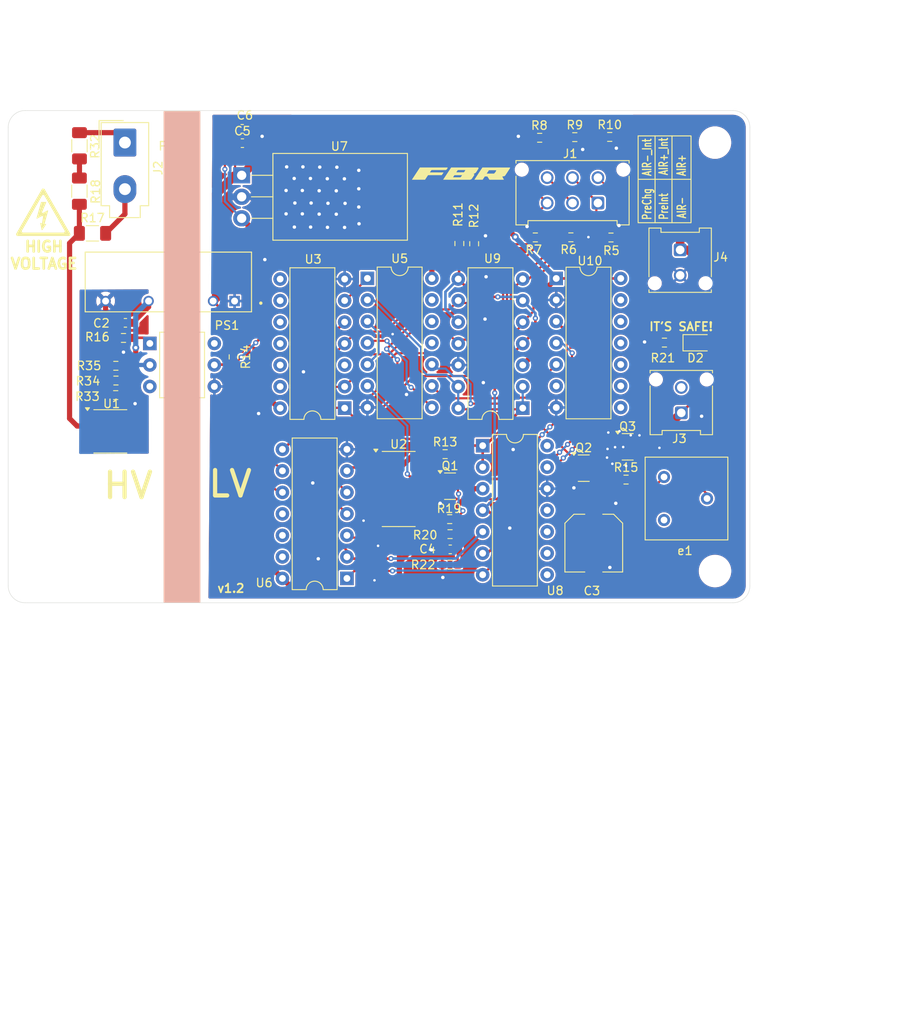
<source format=kicad_pcb>
(kicad_pcb (version 20241229) (generator "pcbnew") (generator_version "9.0")
  (layers (0 "F.Cu" signal) (2 "B.Cu" signal) (13 "F.Paste" user) (15 "B.Paste" user) (5 "F.SilkS" user "F.Silkscreen") (7 "B.SilkS" user "B.Silkscreen") (1 "F.Mask" user) (3 "B.Mask" user) (25 "Edge.Cuts" user))
  (net 0 "")
  (net 1 "/HV+")
  (net 2 "HV-")
  (net 3 "/5V+_Iso")
  (net 4 "/5V-_Iso")
  (net 5 "/Vref")
  (net 6 "/AIR-")
  (net 7 "/AIR-_Int")
  (net 8 "/Precharge")
  (net 9 "/PreCh_Int")
  (net 10 "/AIR+")
  (net 11 "/AIR+_Int")
  (net 12 "GLV-")
  (net 13 "GLV+")
  (net 14 "/.25V")
  (net 15 "/5V")
  (net 16 "/SCS_Compliance")
  (net 17 "Net-(R16-Pad1)")
  (net 18 "/VHI<60V")
  (net 19 "Net-(U1A--)")
  (net 20 "Net-(R18-Pad2)")
  (net 21 "Net-(Q2-D)")
  (net 22 "Net-(R33-Pad2)")
  (net 23 "Net-(U2-Pad13)")
  (net 26 "/GRN_OK")
  (net 27 "Net-(U10A-~{S})")
  (net 28 "Net-(D2-K)")
  (net 29 "/GRN+")
  (net 30 "Net-(R15-Pad2)")
  (net 33 "Net-(Q1-D)")
  (net 34 "/PLUASBL_CHK")
  (net 35 "Net-(Q2-G)")
  (net 36 "/~{VHI<60V}")
  (net 37 "Net-(U10A-Q)")
  (net 38 "Net-(U5-Pad3)")
  (net 39 "/GRN_LIGHT")
  (net 40 "Net-(U2-Pad1)")
  (net 41 "Net-(U2-Pad2)")
  (footprint "Package_TO_SOT_SMD:SOT-23" (layer "F.Cu") (at 128.187499 73.05)
    (property "Reference" "Q2")
    (property "Value" "BSS138")
  )
  (footprint "Resistor_SMD:R_0603_1608Metric_Pad0.98x0.95mm_HandSolder" (layer "F.Cu") (at 112.352499 79.07)
    (property "Reference" "R19")
    (property "Value" "10K")
  )
  (footprint "MountingHole:MountingHole_3.2mm_M3_DIN965" (layer "F.Cu") (at 143.695 34.61)
    (property "Reference" "H3" (hide yes))
    (property "Value" "MountingHole")
  )
  (footprint "Resistor_SMD:R_0603_1608Metric_Pad0.98x0.95mm_HandSolder" (layer "F.Cu") (at 73.813286 57.674214)
    (property "Reference" "R16")
    (property "Value" "390")
  )
  (footprint "Package_DIP:DIP-14_W7.62mm" (layer "F.Cu") (at 120.98 65.96 180)
    (property "Reference" "U9")
    (property "Value" "LM339")
  )
  (footprint "MountingHole:MountingHole_3.2mm_M3_DIN965" (layer "F.Cu") (at 143.7 85.2)
    (property "Reference" "H4" (hide yes))
    (property "Value" "MountingHole")
  )
  (footprint "Package_TO_SOT_SMD:SOT-23" (layer "F.Cu") (at 133.377499 70.53)
    (property "Reference" "Q3")
    (property "Value" "AO3401A")
  )
  (footprint "Resistor_SMD:R_0603_1608Metric_Pad0.98x0.95mm_HandSolder" (layer "F.Cu") (at 72.908286 60.964214)
    (property "Reference" "R35")
    (property "Value" "10K")
  )
  (footprint "Resistor_SMD:R_0603_1608Metric_Pad0.98x0.95mm_HandSolder" (layer "F.Cu") (at 133.1875 74.4)
    (property "Reference" "R15")
    (property "Value" "7.5K")
  )
  (footprint "Capacitor_SMD:C_0603_1608Metric_Pad1.08x0.95mm_HandSolder" (layer "F.Cu") (at 74.0375 55.89 180)
    (property "Reference" "C2")
    (property "Value" "0.1uF")
  )
  (footprint "Resistor_SMD:R_0603_1608Metric_Pad0.98x0.95mm_HandSolder" (layer "F.Cu") (at 137.7225 58.225 180)
    (property "Reference" "R21")
    (property "Value" "2k2")
  )
  (footprint "Resistor_SMD:R_1206_3216Metric_Pad1.30x1.75mm_HandSolder" (layer "F.Cu") (at 68.610786 34.984214 90)
    (property "Reference" "R32")
    (property "Value" "49.9")
  )
  (footprint "Package_TO_SOT_SMD:SOT-23" (layer "F.Cu") (at 112.392499 75.18)
    (property "Reference" "Q1")
    (property "Value" "BSS138")
  )
  (footprint "Package_TO_SOT_THT:TO-220-3_Horizontal_TabDown" (layer "F.Cu") (at 87.775 38.47 -90)
    (property "Reference" "U7")
    (property "Value" "LM7805_TO220")
  )
  (footprint "Recom 12V Isolated:CONV_RKZE-1205S_HP" (layer "F.Cu") (at 79.1125 51.065 180)
    (property "Reference" "PS1")
    (property "Value" "RKZE-1205S_HP")
  )
  (footprint "MountingHole:MountingHole_3.2mm_M3_DIN965" (layer "F.Cu") (at 64.370786 34.594214)
    (property "Reference" "H1" (hide yes))
    (property "Value" "MountingHole")
  )
  (footprint "Resistor_SMD:R_0603_1608Metric_Pad0.98x0.95mm_HandSolder" (layer "F.Cu") (at 122.47 45.804452 180)
    (property "Reference" "R7")
    (property "Value" "500K")
  )
  (footprint "Package_DIP:DIP-14_W7.62mm" (layer "F.Cu") (at 102.63 50.64)
    (property "Reference" "U5")
    (property "Value" "74HC08")
  )
  (footprint "Connector_Molex:Molex_Micro-Fit_3.0_43045-0212_2x01_P3.00mm_Vertical" (layer "F.Cu") (at 139.715786 66.519214 180)
    (property "Reference" "J3")
    (property "Value" "Conn_02x01")
  )
  (footprint "LED_SMD:LED_0805_2012Metric_Pad1.15x1.40mm_HandSolder" (layer "F.Cu") (at 141.78 58.245)
    (property "Reference" "D2")
    (property "Value" "GRN")
  )
  (footprint "Resistor_SMD:R_0603_1608Metric_Pad0.98x0.95mm_HandSolder" (layer "F.Cu") (at 112.392499 80.84)
    (property "Reference" "R20")
    (property "Value" "10K")
  )
  (footprint "Symbol:Symbol_HighVoltage_Triangle_6x6mm_Copper" (layer "F.Cu") (at 64.330786 42.834214)
    (property "Reference" "REF**" (hide yes))
    (property "Value" "Symbol_HighVoltage_Triangle_6x6mm_Copper" (hide yes))
  )
  (footprint "Resistor_SMD:R_0603_1608Metric_Pad0.98x0.95mm_HandSolder" (layer "F.Cu") (at 86.825 59.9125 -90)
    (property "Reference" "R14")
    (property "Value" "12K")
  )
  (footprint "Connector_Molex:Molex_Mini-Fit_Jr_5566-02A_2x01_P4.20mm_Vertical" (layer "F.Cu") (at 73.980786 34.604214)
    (property "Reference" "J2")
    (property "Value" "Conn_01x02")
  )
  (footprint "MountingHole:MountingHole_3.2mm_M3_DIN965" (layer "F.Cu") (at 64.375786 85.184214)
    (property "Reference" "H2" (hide yes))
    (property "Value" "MountingHole")
  )
  (footprint "Capacitor_SMD:C_Elec_6.3x7.7" (layer "F.Cu") (at 129.374999 81.9 -90)
    (property "Reference" "C3")
    (property "Value" "100uF")
  )
  (footprint "Resistor_SMD:R_0603_1608Metric_Pad0.98x0.95mm_HandSolder" (layer "F.Cu") (at 131.4075 45.814452)
    (property "Reference" "R5")
    (property "Value" "500K")
  )
  (footprint "Package_DIP:DIP-14_W7.62mm" (layer "F.Cu") (at 99.94 65.96 180)
    (property "Reference" "U3")
    (property "Value" "74HC20")
  )
  (footprint "Potentiometer_THT:Potentiometer_Bourns_3386F_Vertical" (layer "F.Cu") (at 137.675 79.175)
    (property "Reference" "e1")
    (property "Value" "R_Potentiometer_Trim")
  )
  (footprint "Connector_Molex:Molex_Micro-Fit_3.0_43045-0212_2x01_P3.00mm_Vertical" (layer "F.Cu") (at 139.58 47.28)
    (property "Reference" "J4")
    (property "Value" "Conn_02x01")
  )
  (footprint "Capacitor_SMD:C_0603_1608Metric_Pad1.08x0.95mm_HandSolder" (layer "F.Cu") (at 87.838286 32.984214 180)
    (property "Reference" "C6")
    (property "Value" "0.1uF")
  )
  (footprint "LOGO" (layer "F.Cu") (at 113.590786 38.244214)
    (property "Reference" "G***" (hide yes))
    (property "Value" "LOGO" (hide yes))
  )
  (footprint "Connector_Molex:Molex_Micro-Fit_3.0_43045-0612_2x03_P3.00mm_Vertical" (layer "F.Cu") (at 129.865786 41.744214 180)
    (property "Reference" "J1")
    (property "Value" "Conn_02x03_Counter_Clockwise")
  )
  (footprint "Resistor_SMD:R_0603_1608Metric_Pad0.98x0.95mm_HandSolder" (layer "F.Cu") (at 72.890786 64.424214 180)
    (property "Reference" "R33")
    (property "Value" "910")
  )
  (footprint "Resistor_SMD:R_0603_1608Metric_Pad0.98x0.95mm_HandSolder" (layer "F.Cu") (at 72.920786 62.704214 180)
    (property "Reference" "R34")
    (property "Value" "18K")
  )
  (footprint "Resistor_SMD:R_0603_1608Metric_Pad0.98x0.95mm_HandSolder" (layer "F.Cu") (at 131.2575 33.939452)
    (property "Reference" "R10")
    (property "Value" "500K")
  )
  (footprint "Resistor_SMD:R_1206_3216Metric_Pad1.30x1.75mm_HandSolder" (layer "F.Cu") (at 68.600786 40.344214 90)
    (property "Reference" "R18")
    (property "Value" "13.7K")
  )
  (footprint "Resistor_SMD:R_0603_1608Metric_Pad0.98x0.95mm_HandSolder" (layer "F.Cu") (at 126.67 45.794452)
    (property "Reference" "R6")
    (property "Value" "500K")
  )
  (footprint "Package_DIP:DIP-14_W7.62mm" (layer "F.Cu") (at 100.21 86.065 180)
    (property "Reference" "U6")
    (property "Value" "74HC86")
  )
  (footprint "Resistor_SMD:R_0603_1608Metric_Pad0.98x0.95mm_HandSolder" (layer "F.Cu") (at 127.1325 33.964452)
    (property "Reference" "R9")
    (property "Value" "500K")
  )
  (footprint "Resistor_SMD:R_0603_1608Metric_Pad0.98x0.95mm_HandSolder" (layer "F.Cu") (at 112.388286 84.444214)
    (property "Reference" "R22")
    (property "Value" "500K")
  )
  (footprint "Capacitor_SMD:C_0603_1608Metric_Pad1.08x0.95mm_HandSolder" (layer "F.Cu") (at 112.417499 82.64 180)
    (property "Reference" "C4")
    (property "Value" "0.1uF")
  )
  (footprint "Resistor_SMD:R_1206_3216Metric_Pad1.30x1.75mm_HandSolder" (layer "F.Cu") (at 70.150786 45.324214)
    (property "Reference" "R17")
    (property "Value" "330K")
  )
  (footprint "Package_DIP:DIP-6_W7.62mm" (layer "F.Cu") (at 76.925 58.325)
    (property "Reference" "U4")
    (property "Value" "4N35")
  )
  (footprint "Package_SO:SOIC-14_3.9x8.7mm_P1.27mm" (layer "F.Cu") (at 106.324999 75.51)
    (property "Reference" "U2")
    (property "Value" "74HC27")
  )
  (footprint "Package_SO:SOIC-8_3.9x4.9mm_P1.27mm" (layer "F.Cu") (at 72.255786 68.709214)
    (property "Reference" "U1")
    (property "Value" "LM358")
  )
  (footprint "Package_DIP:DIP-14_W7.62mm" (layer "F.Cu") (at 116.25 70.395)
    (property "Reference" "U8")
    (property "Value" "LM339")
  )
  (footprint "Resistor_SMD:R_0603_1608Metric_Pad0.98x0.95mm_HandSolder" (layer "F.Cu") (at 122.9825 34.039452 180)
    (property "Reference" "R8")
    (property "Value" "500K")
  )
  (footprint "Resistor_SMD:R_0603_1608Metric_Pad0.98x0.95mm_HandSolder" (layer "F.Cu") (at 111.812499 71.395)
    (property "Reference" "R13")
    (property "Value" "10K")
  )
  (footprint "Resistor_SMD:R_0603_1608Metric_Pad0.98x0.95mm_HandSolder" (layer "F.Cu") (at 113.492952 46.527 -90)
    (property "Reference" "R11")
    (property "Value" "100K")
  )
  (footprint "Capacitor_SMD:C_0603_1608Metric_Pad1.08x0.95mm_HandSolder" (layer "F.Cu") (at 87.860786 34.674214)
    (property "Reference" "C5")
    (property "Value" ".33uF")
  )
  (footprint "Resistor_SMD:R_0603_1608Metric_Pad0.98x0.95mm_HandSolder" (layer "F.Cu") (at 115.242952 46.552 90)
    (property "Reference" "R12")
    (property "Value" "5.1K")
  )
  (footprint "Package_DIP:DIP-14_W7.62mm" (layer "F.Cu") (at 124.94 50.65)
    (property "Reference" "U10")
    (property "Value" "74HC74")
  )
  (gr_rect (start 134.615786 33.819214) (end 140.865786 44.069214) (stroke (width 0.12)) (fill no) (layer "F.SilkS"))
  (gr_line (start 134.642274 38.943489) (end 140.865786 38.944214) (stroke (width 0.12)) (layer "F.SilkS"))
  (gr_rect (start 78.610304 30.95) (end 82.839696 88.881) (stroke (width 0.1)) (fill yes) (layer "F.SilkS"))
  (gr_line (start 138.615786 44.069214) (end 138.615786 33.819214) (stroke (width 0.12)) (layer "F.SilkS"))
  (gr_line (start 136.615786 33.819214) (end 136.615786 44.069214) (stroke (width 0.12)) (layer "F.SilkS"))
  (gr_rect (start 78.610304 30.95) (end 82.839696 88.896) (stroke (width 0.1)) (fill yes) (layer "B.SilkS"))
  (gr_line (start 145.820786 88.944214) (end 62.190786 88.944214) (stroke (width 0.05)) (layer "Edge.Cuts"))
  (gr_line (start 62.190786 30.824214) (end 145.820786 30.824214) (stroke (width 0.05)) (layer "Edge.Cuts"))
  (gr_arc (start 60.190786 32.824214) (mid 60.776567 31.409986) (end 62.190786 30.824214) (stroke (width 0.05)) (layer "Edge.Cuts"))
  (gr_line (start 147.820786 32.824214) (end 147.820786 86.944214) (stroke (width 0.05)) (layer "Edge.Cuts"))
  (gr_arc (start 62.190786 88.944214) (mid 60.776572 88.358428) (end 60.190786 86.944214) (stroke (width 0.05)) (layer "Edge.Cuts"))
  (gr_arc (start 147.820786 86.944214) (mid 147.234994 88.358414) (end 145.820786 88.944214) (stroke (width 0.05)) (layer "Edge.Cuts"))
  (gr_arc (start 145.820786 30.824214) (mid 147.235 31.41) (end 147.820786 32.824214) (stroke (width 0.05)) (layer "Edge.Cuts"))
  (gr_line (start 60.190786 86.944214) (end 60.190786 32.824214) (stroke (width 0.05)) (layer "Edge.Cuts"))
  (gr_text "HV" (at 71.181572 76.858428 0) (layer "F.SilkS") (effects (font (size 3 3) (thickness 0.5)) (justify left bottom)))
  (gr_text "HIGH\nVOLTAGE" (at 64.425186 49.646614 0) (layer "F.SilkS") (effects (font (size 1.25 1.25) (thickness 0.3125) (bold yes)) (justify bottom)))
  (gr_text "IT'S SAFE!" (at 135.825 56.925 0) (layer "F.SilkS") (effects (font (size 1 1) (thickness 0.2) (bold yes)) (justify left bottom)))
  (gr_text "PS1" (at 79.397804 35.025 0) (layer "F.SilkS") (effects (font (size 1 1))))
  (gr_text "AIR+" (at 139.740786 37.294214 90) (layer "F.SilkS") (effects (font (size 1 0.7) (thickness 0.153) (bold yes))))
  (gr_text "AIR+_Int\n" (at 137.615786 36.244214 90) (layer "F.SilkS") (effects (font (size 1 0.7) (thickness 0.153) (bold yes))))
  (gr_text "LV" (at 83.590786 76.664214 0) (layer "F.SilkS") (effects (font (size 3 3) (thickness 0.5)) (justify left bottom)))
  (gr_text "AIR-_Int\n" (at 135.665786 36.344214 90) (layer "F.SilkS") (effects (font (size 1 0.7) (thickness 0.153) (bold yes))))
  (gr_text "AIR-" (at 139.765786 42.294214 90) (layer "F.SilkS") (effects (font (size 1 0.7) (thickness 0.153) (bold yes))))
  (gr_text "PreInt" (at 137.640786 42.144214 90) (layer "F.SilkS") (effects (font (size 1 0.7) (thickness 0.153) (bold yes))))
  (gr_text "PreChg" (at 135.665786 41.869214 90) (layer "F.SilkS") (effects (font (size 1 0.7) (thickness 0.153) (bold yes))))
  (gr_text "v1.2" (at 84.8 87.825 0) (layer "F.SilkS") (effects (font (size 1 1) (thickness 0.2) (bold yes)) (justify left bottom)))
  (segment (start 73.980786 43.044214) (end 71.700786 45.324214) (width 0.6096) (layer "F.Cu") (net 1))
  (segment (start 73.980786 40.104214) (end 73.980786 43.044214) (width 0.6096) (layer "F.Cu") (net 1))
  (segment (start 68.610786 33.434214) (end 72.810786 33.434214) (width 0.6096) (layer "F.Cu") (net 2))
  (segment (start 72.810786 33.434214) (end 73.980786 34.604214) (width 0.6096) (layer "F.Cu") (net 2))
  (segment (start 73.920786 34.664214) (end 73.980786 34.604214) (width 0.6096) (layer "F.Cu") (net 2))
  (segment (start 72.990786 68.794214) (end 72.990786 65.236714) (width 0.6096) (layer "F.Cu") (net 3))
  (segment (start 75.260786 58.824214) (end 75.260786 62.966714) (width 0.6096) (layer "F.Cu") (net 3))
  (segment (start 75.260786 62.966714) (end 73.803286 64.424214) (width 0.6096) (layer "F.Cu") (net 3))
  (segment (start 69.780786 70.614214) (end 71.170786 70.614214) (width 0.6096) (layer "F.Cu") (net 3))
  (segment (start 76.7775 54.0125) (end 74.9 55.89) (width 0.6096) (layer "F.Cu") (net 3))
  (segment (start 71.170786 70.614214) (end 72.990786 68.794214) (width 0.6096) (layer "F.Cu") (net 3))
  (segment (start 72.990786 65.236714) (end 73.803286 64.424214) (width 0.6096) (layer "F.Cu") (net 3))
  (segment (start 76.7775 53.32) (end 76.7775 54.0125) (width 0.6096) (layer "F.Cu") (net 3))
  (via (at 75.260786 58.824214) (size 0.8128) (drill 0.4064) (layers "F.Cu" "B.Cu") (net 3))
  (segment (start 75.260786 58.824214) (end 75.260786 54.836714) (width 0.6096) (layer "B.Cu") (net 3))
  (segment (start 75.260786 54.836714) (end 76.7775 53.32) (width 0.6096) (layer "B.Cu") (net 3))
  (segment (start 73.580786 60.964214) (end 73.820786 60.964214) (width 0.6096) (layer "F.Cu") (net 4))
  (segment (start 71.6975 53.32) (end 71.6975 54.4125) (width 0.6096) (layer "F.Cu") (net 4))
  (segment (start 76.845 60.785) (end 76.925 60.865) (width 0.6096) (layer "F.Cu") (net 4))
  (segment (start 76.825786 60.964214) (end 76.925 60.865) (width 0.6096) (layer "F.Cu") (net 4))
  (segment (start 71.6975 54.4125) (end 73.175 55.89) (width 0.6096) (layer "F.Cu") (net 4))
  (via (at 75.180786 65.434214) (size 0.8128) (drill 0.4064) (layers "F.Cu" "B.Cu") (net 4))
  (via (at 73.810786 59.354214) (size 0.8128) (drill 0.4064) (layers "F.Cu" "B.Cu") (net 4))
  (segment (start 71.995786 62.691714) (end 72.008286 62.704214) (width 0.6096) (layer "F.Cu") (net 5))
  (segment (start 70.860786 63.544214) (end 70.860786 65.484214) (width 0.6096) (layer "F.Cu") (net 5))
  (segment (start 70.860786 65.484214) (end 71.650786 66.274214) (width 0.6096) (layer "F.Cu") (net 5))
  (segment (start 72.008286 62.704214) (end 71.700786 62.704214) (width 0.6096) (layer "F.Cu") (net 5))
  (segment (start 71.995786 60.964214) (end 71.995786 62.691714) (width 0.6096) (layer "F.Cu") (net 5))
  (segment (start 71.650786 68.624214) (end 70.930786 69.344214) (width 0.6096) (layer "F.Cu") (net 5))
  (segment (start 70.930786 69.344214) (end 69.780786 69.344214) (width 0.6096) (layer "F.Cu") (net 5))
  (segment (start 71.700786 62.704214) (end 70.860786 63.544214) (width 0.6096) (layer "F.Cu") (net 5))
  (segment (start 71.650786 66.274214) (end 71.650786 68.624214) (width 0.6096) (layer "F.Cu") (net 5))
  (segment (start 129.6805 45.8795) (end 129.6805 41.9295) (width 0.254) (layer "F.Cu") (net 6))
  (segment (start 121.69 50.72) (end 124.015786 48.394214) (width 0.254) (layer "F.Cu") (net 6))
  (segment (start 98.108708 63.454214) (end 99.905786 63.454214) (width 0.254) (layer "F.Cu") (net 6))
  (segment (start 120.98 50.72) (end 119.575 52.125) (width 0.254) (layer "F.Cu") (net 6))
  (segment (start 116.925 59.475) (end 106.04 59.475) (width 0.254) (layer "F.Cu") (net 6))
  (segment (start 92.920922 68.642) (end 98.108708 63.454214) (width 0.254) (layer "F.Cu") (net 6))
  (segment (start 92.59 75.905) (end 92.105 75.905) (width 0.254) (layer "F.Cu") (net 6))
  (segment (start 129.6805 41.9295) (end 129.865786 41.744214) (width 0.254) (layer "F.Cu") (net 6))
  (segment (start 130.345 33.939452) (end 130.345 34.970891) (width 0.254) (layer "F.Cu") (net 6))
  (segment (start 90.3 74.1) (end 90.3 70.065893) (width 0.254) (layer "F.Cu") (net 6))
  (segment (start 124.015786 48.394214) (end 127.165786 48.394214) (width 0.254) (layer "F.Cu") (net 6))
  (segment (start 101.285 62.075) (end 99.94 63.42) (width 0.254) (layer "F.Cu") (net 6))
  (segment (start 127.165786 48.394214) (end 129.6805 45.8795) (width 0.254) (layer "F.Cu") (net 6))
  (segment (start 92.105 75.905) (end 90.3 74.1) (width 0.254) (layer "F.Cu") (net 6))
  (segment (start 106.04 59.475) (end 103.44 62.075) (width 0.254) (layer "F.Cu") (net 6))
  (segment (start 90.3 70.065893) (end 91.723893 68.642) (width 0.254) (layer "F.Cu") (net 6))
  (segment (start 130.345 34.970891) (end 128.788786 36.527105) (width 0.254) (layer "F.Cu") (net 6))
  (segment (start 119.575 56.825) (end 116.925 59.475) (width 0.254) (layer "F.Cu") (net 6))
  (segment (start 128.788786 36.527105) (end 128.788786 40.667214) (width 0.254) (layer "F.Cu") (net 6))
  (segment (start 119.575 52.125) (end 119.575 56.825) (width 0.254) (layer "F.Cu") (net 6))
  (segment (start 91.723893 68.642) (end 92.920922 68.642) (width 0.254) (layer "F.Cu") (net 6))
  (segment (start 99.905786 63.454214) (end 99.94 63.42) (width 0.254) (layer "F.Cu") (net 6))
  (segment (start 120.98 50.72) (end 121.69 50.72) (width 0.254) (layer "F.Cu") (net 6))
  (segment (start 103.44 62.075) (end 101.285 62.075) (width 0.254) (layer "F.Cu") (net 6))
  (segment (start 128.788786 40.667214) (end 129.865786 41.744214) (width 0.254) (layer "F.Cu") (net 6))
  (segment (start 118.355 53.55) (end 113.65 53.55) (width 0.254) (layer "F.Cu") (net 7))
  (segment (start 118.667 53.238) (end 118.355 53.55) (width 0.254) (layer "F.Cu") (net 7))
  (segment (start 90.771 70.236945) (end 90.771 71.546) (width 0.254) (layer "F.Cu") (net 7))
  (segment (start 102.810819 64.753) (end 97.451974 64.753) (width 0.254) (layer "F.Cu") (net 7))
  (segment (start 112.313 54.307) (end 113.36 53.26) (width 0.254) (layer "F.Cu") (net 7))
  (segment (start 123.3825 45.804452) (end 123.3825 46.081628) (width 0.254) (layer "F.Cu") (net 7))
  (segment (start 113.65 53.55) (end 113.36 53.26) (width 0.254) (layer "F.Cu") (net 7))
  (segment (start 123.3825 46.081628) (end 118.667 50.797128) (width 0.254) (layer "F.Cu") (net 7))
  (segment (start 97.451974 64.753) (end 93.108974 69.096) (width 0.254) (layer "F.Cu") (net 7))
  (segment (start 106.17 60.238502) (end 106.17 61.393819) (width 0.254) (layer "F.Cu") (net 7))
  (segment (start 123.3825 45.804452) (end 124.942786 44.244166) (width 0.254) (layer "F.Cu") (net 7))
  (segment (start 109.568 54.307) (end 112.313 54.307) (width 0.254) (layer "F.Cu") (net 7))
  (segment (start 118.667 50.797128) (end 118.667 53.238) (width 0.254) (layer "F.Cu") (net 7))
  (segment (start 124.942786 44.244166) (end 124.942786 39.821214) (width 0.254) (layer "F.Cu") (net 7))
  (segment (start 104.907249 58.967751) (end 109.568 54.307) (width 0.254) (layer "F.Cu") (net 7))
  (segment (start 124.942786 39.821214) (end 123.865786 38.744214) (width 0.254) (layer "F.Cu") (net 7))
  (segment (start 91.911945 69.096) (end 90.771 70.236945) (width 0.254) (layer "F.Cu") (net 7))
  (segment (start 113.36 53.26) (end 113.439819 53.339819) (width 0.254) (layer "F.Cu") (net 7))
  (segment (start 93.108974 69.096) (end 91.911945 69.096) (width 0.254) (layer "F.Cu") (net 7))
  (segment (start 104.907249 58.977282) (end 104.907249 58.967751) (width 0.254) (layer "F.Cu") (net 7))
  (segment (start 106.17 61.393819) (end 102.810819 64.753) (width 0.254) (layer "F.Cu") (net 7))
  (segment (start 90.771 71.546) (end 92.59 73.365) (width 0.254) (layer "F.Cu") (net 7))
  (via (at 104.907249 58.977282) (size 0.6096) (drill 0.3048) (layers "F.Cu" "B.Cu") (net 7))
  (via (at 106.17 60.238502) (size 0.6096) (drill 0.3048) (layers "F.Cu" "B.Cu") (net 7))
  (segment (start 104.90878 58.977282) (end 106.17 60.238502) (width 0.254) (layer "B.Cu") (net 7))
  (segment (start 104.907249 58.977282) (end 104.90878 58.977282) (width 0.254) (layer "B.Cu") (net 7))
  (segment (start 96.325 61.957948) (end 96.325 63.9) (width 0.254) (layer "F.Cu") (net 8))
  (segment (start 111.725 51.3) (end 111.725 47.915048) (width 0.254) (layer "F.Cu") (net 8))
  (segment (start 113.671926 46.606452) (end 122.047904 46.606452) (width 0.254) (layer "F.Cu") (net 8))
  (segment (start 113.656074 46.5906) (end 113.671926 46.606452) (width 0.254) (layer "F.Cu") (net 8))
  (segment (start 122.763786 35.170666) (end 122.763786 40.642214) (width 0.254) (layer "F.Cu") (net 8))
  (segment (start 92.491 67.734) (end 91.347788 67.734) (width 0.254) (layer "F.Cu") (net 8))
  (segment (start 99.7 82.275) (end 100.21 82.785) (width 0.254) (layer "F.Cu") (net 8))
  (segment (start 91.347788 67.734) (end 89.392 69.689788) (width 0.254) (layer "F.Cu") (net 8))
  (segment (start 116.25 81.119999) (end 116.25 80.555) (width 0.3048) (layer "F.Cu") (net 8))
  (segment (start 89.392 79.867) (end 91.8 82.275) (width 0.254) (layer "F.Cu") (net 8))
  (segment (start 99.94 58.342948) (end 96.325 61.957948) (width 0.254) (layer "F.Cu") (net 8))
  (segment (start 99.94 58.34) (end 99.94 58.342948) (width 0.254) (layer "F.Cu") (net 8))
  (segment (start 91.8 82.275) (end 99.7 82.275) (width 0.254) (layer "F.Cu") (net 8))
  (segment (start 123.895 34.039452) (end 122.763786 35.170666) (width 0.254) (layer "F.Cu") (net 8))
  (segment (start 100.419214 83.734214) (end 100.21 83.525) (width 0.3048) (layer "F.Cu") (net 8))
  (segment (start 111.725 47.915048) (end 113.049448 46.5906) (width 0.254) (layer "F.Cu") (net 8))
  (segment (start 89.392 69.689788) (end 89.392 79.867) (width 0.254) (layer "F.Cu") (net 8))
  (segment (start 122.047904 46.606452) (end 122.39 46.264356) (width 0.254) (layer "F.Cu") (net 8))
  (segment (start 122.763786 40.642214) (end 123.865786 41.744214) (width 0.254) (layer "F.Cu") (net 8))
  (segment (start 113.049448 46.5906) (end 113.656074 46.5906) (width 0.254) (layer "F.Cu") (net 8))
  (segment (start 96.325 63.9) (end 92.491 67.734) (width 0.254) (layer "F.Cu") (net 8))
  (segment (start 105.401572 83.734214) (end 100.419214 83.734214) (width 0.3048) (layer "F.Cu") (net 8))
  (segment (start 101.355 56.925) (end 104.78 56.925) (width 0.254) (layer "F.Cu") (net 8))
  (segment (start 105.415786 83.72) (end 105.401572 83.734214) (width 0.3048) (layer "F.Cu") (net 8))
  (segment (start 99.94 58.34) (end 101.355 56.925) (width 0.254) (layer "F.Cu") (net 8))
  (segment (start 104.78 56.925) (end 109.755 51.95) (width 0.254) (layer "F.Cu") (net 8))
  (segment (start 111.075 51.95) (end 111.725 51.3) (width 0.254) (layer "F.Cu") (net 8))
  (segment (start 100.21 82.785) (end 100.21 83.525) (width 0.254) (layer "F.Cu") (net 8))
  (segment (start 109.755 51.95) (end 111.075 51.95) (width 0.254) (layer "F.Cu") (net 8))
  (segment (start 122.39 43.22) (end 123.865786 41.744214) (width 0.254) (layer "F.Cu") (net 8))
  (segment (start 122.39 46.264356) (end 122.39 43.22) (width 0.254) (layer "F.Cu") (net 8))
  (via (at 105.415786 83.72) (size 0.6096) (drill 0.3048) (layers "F.Cu" "B.Cu") (net 8))
  (segment (start 116.25 80.555) (end 113.085 83.72) (width 0.3048) (layer "B.Cu") (net 8))
  (segment (start 113.085 83.72) (end 105.415786 83.72) (width 0.3048) (layer "B.Cu") (net 8))
  (segment (start 105.590006 85.184214) (end 101.090786 85.184214) (width 0.254) (layer "F.Cu") (net 9))
  (segment (start 133.9 67.477404) (end 133.9 34.15) (width 0.254) (layer "F.Cu") (net 9))
  (segment (start 133.9 34.15) (end 132.65 32.9) (width 0.254) (layer "F.Cu") (net 9))
  (segment (start 125.125 72.5) (end 125.125 78.425) (width 0.254) (layer "F.Cu") (net 9))
  (segment (start 133.352404 68.025) (end 133.9 67.477404) (width 0.254) (layer "F.Cu") (net 9))
  (segment (start 122.743 79.142) (end 116.25 85.635) (width 0.254) (layer "F.Cu") (net 9))
  (segment (start 126.81866 70.85634) (end 129.65 68.025) (width 0.254) (layer "F.Cu") (net 9))
  (segment (start 125.125 78.425) (end 124.408 79.142) (width 0.254) (layer "F.Cu") (net 9))
  (segment (start 125.763786 34.420666) (end 125.763786 40.642214) (width 0.254) (layer "F.Cu") (net 9))
  (segment (start 105.595399 85.189607) (end 105.590006 85.184214) (width 0.254) (layer "F.Cu") (net 9))
  (segment (start 126.22 33.964452) (end 125.763786 34.420666) (width 0.254) (layer "F.Cu") (net 9))
  (segment (start 101.090786 85.184214) (end 100.21 86.065) (width 0.254) (layer "F.Cu") (net 9))
  (segment (start 132.65 32.9) (end 127.284452 32.9) (width 0.254) (layer "F.Cu") (net 9))
  (segment (start 100.609999 86.464999) (end 100.21 86.065) (width 0.254) (layer "F.Cu") (net 9))
  (segment (start 125.775 71.85) (end 125.125 72.5) (width 0.254) (layer "F.Cu") (net 9))
  (segment (start 124.408 79.142) (end 122.743 79.142) (width 0.254) (layer "F.Cu") (net 9))
  (segment (start 129.65 68.025) (end 133.352404 68.025) (width 0.254) (layer "F.Cu") (net 9))
  (segment (start 127.284452 32.9) (end 126.22 33.964452) (width 0.254) (layer "F.Cu") (net 9))
  (segment (start 125.763786 40.642214) (end 126.865786 41.744214) (width 0.254) (layer "F.Cu") (net 9))
  (via (at 125.775 71.85) (size 0.6096) (drill 0.3048) (layers "F.Cu" "B.Cu") (net 9))
  (via (at 105.595399 85.189607) (size 0.6096) (drill 0.3048) (layers "F.Cu" "B.Cu") (net 9))
  (via (at 126.81866 70.85634) (size 0.6096) (drill 0.3048) (layers "F.Cu" "B.Cu") (net 9))
  (segment (start 105.640792 85.144214) (end 115.759214 85.144214) (width 0.254) (layer "B.Cu") (net 9))
  (segment (start 105.595399 85.189607) (end 105.640792 85.144214) (width 0.254) (layer "B.Cu") (net 9))
  (segment (start 115.759214 85.144214) (end 116.25 85.635) (width 0.254) (layer "B.Cu") (net 9))
  (segment (start 126.81866 70.85634) (end 125.825 71.85) (width 0.254) (layer "B.Cu") (net 9))
  (segment (start 125.825 71.85) (end 125.775 71.85) (width 0.254) (layer "B.Cu") (net 9))
  (segment (start 92.099998 69.55) (end 91.225 70.424998) (width 0.254) (layer "F.Cu") (net 10))
  (segment (start 99.94 65.96) (end 99.905 65.925) (width 0.254) (layer "F.Cu") (net 10))
  (segment (start 108.140786 62.169214) (end 103.16 67.15) (width 0.254) (layer "F.Cu") (net 10))
  (segment (start 130.02187 38.276452) (end 129.840786 38.276452) (width 0.2) (layer "F.Cu") (net 10))
  (segment (start 92.075 72.1) (end 96.405 72.1) (width 0.254) (layer "F.Cu") (net 10))
  (segment (start 91.225 71.25) (end 92.075 72.1) (width 0.254) (layer "F.Cu") (net 10))
  (segment (start 99.905 65.925) (end 96.922026 65.925) (width 0.254) (layer "F.Cu") (net 10))
  (segment (start 103.16 67.15) (end 101.13 67.15) (width 0.254) (layer "F.Cu") (net 10))
  (segment (start 130.915786 45.393666) (end 130.915786 39.794214) (width 0.2) (layer "F.Cu") (net 10))
  (segment (start 96.405 72.1) (end 100.21 75.905) (width 0.254) (layer "F.Cu") (net 10))
  (segment (start 120.98 55.8) (end 120.98 56.062052) (width 0.254) (layer "F.Cu") (net 10))
  (segment (start 114.872838 62.169214) (end 108.140786 62.169214) (width 0.254) (layer "F.Cu") (net 10))
  (segment (start 101.13 67.15) (end 99.94 65.96) (width 0.254) (layer "F.Cu") (net 10))
  (segment (start 130.915786 39.794214) (end 129.865786 38.744214) (width 0.2) (layer "F.Cu") (net 10))
  (segment (start 96.922026 65.925) (end 93.297026 69.55) (width 0.254) (layer "F.Cu") (net 10))
  (segment (start 127.209452 49.1) (end 124.125 49.1) (width 0.254) (layer "F.Cu") (net 10))
  (segment (start 93.297026 69.55) (end 92.099998 69.55) (width 0.254) (layer "F.Cu") (net 10))
  (segment (start 130.495 45.814452) (end 130.495 45.69) (width 0.2) (layer "F.Cu") (net 10))
  (segment (start 122.25 50.975) (end 122.25 54.53) (width 0.254) (layer "F.Cu") (net 10))
  (segment (start 91.225 70.424998) (end 91.225 71.25) (width 0.254) (layer "F.Cu") (net 10))
  (segment (start 122.25 54.53) (end 120.98 55.8) (width 0.254) (layer "F.Cu") (net 10))
  (segment (start 120.98 56.062052) (end 114.872838 62.169214) (width 0.254) (layer "F.Cu") (net 10))
  (segment (start 124.125 49.1) (end 122.25 50.975) (width 0.254) (layer "F.Cu") (net 10))
  (segment (start 130.495 45.814452) (end 130.915786 45.393666) (width 0.2) (layer "F.Cu") (net 10))
  (segment (start 130.495 45.814452) (end 127.209452 49.1) (width 0.254) (layer "F.Cu") (net 10))
  (segment (start 120.761966 49.344214) (end 122.165786 49.344214) (width 0.254) (layer "F.Cu") (net 11))
  (segment (start 113.825 57.875) (end 117.882948 57.875) (width 0.254) (layer "F.Cu") (net 11))
  (segment (start 89.846 75.646) (end 89.846 69.877841) (width 0.254) (layer "F.Cu") (net 11))
  (segment (start 126.865786 38.744214) (end 128.090786 39.969214) (width 0.254) (layer "F.Cu") (net 11))
  (segment (start 99.315918 59.609082) (end 105.16895 59.609082) (width 0.254) (layer "F.Cu") (net 11))
  (segment (start 92.73287 68.188) (end 97.275 63.64587) (width 0.254) (layer "F.Cu") (net 11))
  (segment (start 91.535841 68.188) (end 92.73287 68.188) (width 0.254) (layer "F.Cu") (net 11))
  (segment (start 128.090786 43.394214) (end 125.7575 45.7275) (width 0.254) (layer "F.Cu") (net 11))
  (segment (start 125.715548 45.794452) (end 125.7575 45.794452) (width 0.254) (layer "F.Cu") (net 11))
  (segment (start 125.7575 45.7275) (end 125.7575 45.794452) (width 0.254) (layer "F.Cu") (net 11))
  (segment (start 97.275 61.65) (end 99.315918 59.609082) (width 0.254) (layer "F.Cu") (net 11))
  (segment (start 97.275 63.64587) (end 97.275 61.65) (width 0.254) (layer "F.Cu") (net 11))
  (segment (start 119.121 50.98518) (end 120.761966 49.344214) (width 0.254) (layer "F.Cu") (net 11))
  (segment (start 128.090786 39.969214) (end 128.090786 43.394214) (width 0.254) (layer "F.Cu") (net 11))
  (segment (start 98.94 77.175) (end 91.375 77.175) (width 0.254) (layer "F.Cu") (net 11))
  (segment (start 122.165786 49.344214) (end 125.715548 45.794452) (width 0.254) (layer "F.Cu") (net 11))
  (segment (start 119.121 56.636948) (end 119.121 50.98518) (width 0.254) (layer "F.Cu") (net 11))
  (segment (start 105.16895 59.609082) (end 107.803032 56.975) (width 0.254) (layer "F.Cu") (net 11))
  (segment (start 89.846 69.877841) (end 91.535841 68.188) (width 0.254) (layer "F.Cu") (net 11))
  (segment (start 117.882948 57.875) (end 119.121 56.636948) (width 0.254) (layer "F.Cu") (net 11))
  (segment (start 91.375 77.175) (end 89.846 75.646) (width 0.254) (layer "F.Cu") (net 11))
  (segment (start 107.803032 56.975) (end 111.995 56.975) (width 0.254) (layer "F.Cu") (net 11))
  (segment (start 111.995 56.975) (end 113.36 58.34) (width 0.254) (layer "F.Cu") (net 11))
  (segment (start 100.21 78.445) (end 98.94 77.175) (width 0.254) (layer "F.Cu") (net 11))
  (segment (start 113.36 58.34) (end 113.825 57.875) (width 0.254) (layer "F.Cu") (net 11))
  (via (at 131.090786 68.844214) (size 0.6) (drill 0.3) (layers "F.Cu" "B.Cu") (net 12))
  (via (at 93.020786 40.264214) (size 0.8128) (drill 0.4064) (layers "F.Cu" "B.Cu") (net 12))
  (via (at 133.740786 69.164214) (size 0.6) (drill 0.3) (layers "F.Cu" "B.Cu") (net 12))
  (via (at 133.190786 72.787999) (size 0.6) (drill 0.3) (layers "F.Cu" "B.Cu") (net 12))
  (via (at 119.85 70.85) (size 0.8128) (drill 0.4064) (layers "F.Cu" "B.Cu") (net 12))
  (via (at 101.610786 40.064214) (size 0.8128) (drill 0.4064) (layers "F.Cu" "B.Cu") (net 12))
  (via (at 96.930786 40.294214) (size 0.8128) (drill 0.4064) (layers "F.Cu" "B.Cu") (net 12))
  (via (at 101.610786 42.214214) (size 0.8128) (drill 0.4064) (layers "F.Cu" "B.Cu") (net 12))
  (via (at 107.25 64.35) (size 0.8128) (drill 0.4064) (layers "F.Cu" "B.Cu") (net 12))
  (via (at 99.930786 44.624214) (size 0.8128) (drill 0.4064) (layers "F.Cu" "B.Cu") (net 12))
  (via (at 97.970786 41.774214) (size 0.8128) (drill 0.4064) (layers "F.Cu" "B.Cu") (net 12))
  (via (at 98.950786 40.304214) (size 0.8128) (drill 0.4064) (layers "F.Cu" "B.Cu") (net 12))
  (via (at 94.940786 40.264214) (size 0.8128) (drill 0.4064) (layers "F.Cu" "B.Cu") (net 12))
  (via (at 103.465786 86.294214) (size 0.6) (drill 0.3) (layers "F.Cu" "B.Cu") (net 12))
  (via (at 96.930786 43.054214) (size 0.8128) (drill 0.4064) (layers "F.Cu" "B.Cu") (net 12))
  (via (at 128.065786 35.419214) (size 0.8128) (drill 0.4064) (layers "F.Cu" "B.Cu") (net 12))
  (via (at 95.900786 38.844214) (size 0.8128) (drill 0.4064) (layers "F.Cu" "B.Cu") (net 12))
  (via (at 121.490786 44.519214) (size 0.8128) (drill 0.4064) (layers "F.Cu" "B.Cu") (net 12))
  (via (at 95.075 61.675) (size 0.8128) (drill 0.4064) (layers "F.Cu" "B.Cu") (net 12))
  (via (at 90.190786 33.869214) (size 0.8128) (drill 0.4064) (layers "F.Cu" "B.Cu") (net 12))
  (via (at 95.010786 37.474214) (size 0.8128) (drill 0.4064) (layers "F.Cu" "B.Cu") (net 12))
  (via (at 94.000786 44.584214) (size 0.8128) (drill 0.4064) (layers "F.Cu" "B.Cu") (net 12))
  (via (at 131.570786 72.534214) (size 0.6) (drill 0.3) (layers "F.Cu" "B.Cu") (net 12))
  (via (at 131.000786 70.784214) (size 0.6) (drill 0.3) (layers "F.Cu" "B.Cu") (net 12))
  (via (at 111.540786 85.954214) (size 0.8128) (drill 0.4064) (layers "F.Cu" "B.Cu") (net 12))
  (via (at 137.130786 70.654214) (size 0.6) (drill 0.3) (layers "F.Cu" "B.Cu") (net 12))
  (via (at 134.770786 69.174214) (size 0.6) (drill 0.3) (layers "F.Cu" "B.Cu") (net 12))
  (via (at 101.640786 44.194214) (size 0.8128) (drill 0.4064) (layers "F.Cu" "B.Cu") (net 12))
  (via (at 103.890786 82.219214) (size 0.6) (drill 0.3) (layers "F.Cu" "B.Cu") (net 12))
  (via (at 130.940786 71.804214) (size 0.6) (drill 0.3) (layers "F.Cu" "B.Cu") (net 12))
  (via (at 120.465786 33.869214) (size 0.8128) (drill 0.4064) (layers "F.Cu" "B.Cu") (net 12))
  (via (at 119.45 80.125) (size 0.8128) (drill 0.4064) (layers "F.Cu" "B.Cu") (net 12))
  (via (at 95.980786 41.744214) (size 0.8128) (drill 0.4064) (layers "F.Cu" "B.Cu") (net 12))
  (via (at 102.175 79.25) (size 0.6096) (drill 0.3048) (layers "F.Cu" "B.Cu") (net 12))
  (via (at 132.850786 70.554214) (size 0.6) (drill 0.3) (layers "F.Cu" "B.Cu") (net 12))
  (via (at 99.990786 41.784214) (size 0.8128) (drill 0.4064) (layers "F.Cu" "B.Cu") (net 12))
  (via (at 135.375 58.15) (size 0.8128) (drill 0.4064) (layers "F.Cu" "B.Cu") (net 12))
  (via (at 93.980786 38.844214) (size 0.8128) (drill 0.4064) (layers "F.Cu" "B.Cu") (net 12))
  (via (at 96.175 74.8) (size 0.8128) (drill 0.4064) (layers "F.Cu" "B.Cu") (net 12))
  (via (at 131.975 77.2) (size 0.8128) (drill 0.4064) (layers "F.Cu" "B.Cu") (net 12))
  (via (at 111.225 77.2) (size 0.8128) (drill 0.4064) (layers "F.Cu" "B.Cu") (net 12))
  (via (at 97.000786 37.504214) (size 0.8128) (drill 0.4064) (layers "F.Cu" "B.Cu") (net 12))
  (via (at 116.65 50.45) (size 0.8128) (drill 0.4064) (layers "F.Cu" "B.Cu") (net 12))
  (via (at 98.950786 43.064214) (size 0.8128) (drill 0.4064) (layers "F.Cu" "B.Cu") (net 12))
  (via (at 132.35 44.4) (size 0.8128) (drill 0.4064) (layers "F.Cu" "B.Cu") (net 12))
  (via (at 132.410786 68.684214) (size 0.6) (drill 0.3) (layers "F.Cu" "B.Cu") (net 12))
  (via (at 128.740786 45.769214) (size 0.6096) (drill 0.3048) (layers "F.Cu" "B.Cu") (net 12))
  (via (at 94.940786 43.024214) (size 0.8128) (drill 0.4064) (layers "F.Cu" "B.Cu") (net 12))
  (via (at 96.825 83.75) (size 0.8128) (drill 0.4064) (layers "F.Cu" "B.Cu") (net 12))
  (via (at 110.180786 82.694214) (size 0.8128) (drill 0.4064) (layers "F.Cu" "B.Cu") (net 12))
  (via (at 142.115786 66.919214) (size 0.8128) (drill 0.4064) (layers "F.Cu" "B.Cu") (net 12))
  (via (at 97.890786 38.874214) (size 0.8128) (drill 0.4064) (layers "F.Cu" "B.Cu") (net 12))
  (via (at 105.610786 57.224214) (size 0.6096) (drill 0.3048) (layers "F.Cu" "B.Cu") (net 12))
  (via (at 116.580786 45.614214) (size 0.8128) (drill 0.4064) (layers "F.Cu" "B.Cu") (net 12))
  (via (at 116.325 62.95) (size 0.8128) (drill 0.4064) (layers "F.Cu" "B.Cu") (net 12))
  (via (at 116.525 55.45) (size 0.8128) (drill 0.4064) (layers "F.Cu" "B.Cu") (net 12))
  (via (at 95.920786 44.584214) (size 0.8128) (drill 0.4064) (layers "F.Cu" "B.Cu") (net 12))
  (via (at 93.020786 43.024214) (size 0.8128) (drill 0.4064) (layers "F.Cu" "B.Cu") (net 12))
  (via (at 99.020786 37.514214) (size 0.8128) (drill 0.4064) (layers "F.Cu" "B.Cu") (net 12))
  (via (at 101.610786 37.884214) (size 0.8128) (drill 0.4064) (layers "F.Cu" "B.Cu") (net 12))
  (via (at 131.275 84.775) (size 0.8128) (drill 0.4064) (layers "F.Cu" "B.Cu") (net 12))
  (via (at 94.060786 41.744214) (size 0.8128) (drill 0.4064) (layers "F.Cu" "B.Cu") (net 12))
  (via (at 90.510786 48.424214) (size 0.8128) (drill 0.4064) (layers "F.Cu" "B.Cu") (net 12))
  (via (at 99.910786 38.884214) (size 0.8128) (drill 0.4064) (layers "F.Cu" "B.Cu") (net 12))
  (via (at 93.090786 37.474214) (size 0.8128) (drill 0.4064) (layers "F.Cu" "B.Cu") (net 12))
  (via (at 132.040786 35.269214) (size 0.8128) (drill 0.4064) (layers "F.Cu" "B.Cu") (net 12))
  (via (at 131.890786 70.574214) (size 0.6) (drill 0.3) (layers "F.Cu" "B.Cu") (net 12))
  (via (at 97.910786 44.614214) (size 0.8128) (drill 0.4064) (layers "F.Cu" "B.Cu") (net 12))
  (via (at 127.025 75.375) (size 0.8128) (drill 0.4064) (layers "F.Cu" "B.Cu") (net 12))
  (via (at 89.775 66.6) (size 0.8128) (drill 0.4064) (layers "F.Cu" "B.Cu") (net 12))
  (segment (start 144.253 50.98664) (end 140.54636 47.28) (width 1.016) (layer "F.Cu") (net 13))
  (segment (start 86.998286 34.674214) (end 86.998286 37.693286) (width 0.254) (layer "F.Cu") (net 13))
  (segment (start 132.439999 74.3) (end 132.539999 74.4) (width 0.3048) (layer "F.Cu") (net 13))
  (segment (start 133.170786 71.746) (end 134.360786 71.746) (width 1.016) (layer "F.Cu") (net 13))
  (segment (start 84.765786 52.951714) (end 84.3975 53.32) (width 1.016) (layer "F.Cu") (net 13))
  (segment (start 139.739 71.746) (end 144.253 67.232) (width 1.016) (layer "F.Cu") (net 13))
  (segment (start 133.170786 71.746) (end 132.705999 71.746) (width 0.6096) (layer "F.Cu") (net 13))
  (segment (start 86.825 59) (end 86.825 55.7475) (width 0.3048) (layer "F.Cu") (net 13))
  (segment (start 86.965786 37.660786) (end 87.775 38.47) (width 0.254) (layer "F.Cu") (net 13))
  (segment (start 86.98 38.47) (end 84.765786 40.684214) (width 1.016) (layer "F.Cu") (net 13))
  (segment (start 134.360786 71.746) (end 139.739 71.746) (width 1.016) (layer "F.Cu") (net 13))
  (segment (start 86.998286 37.693286) (end 87.775 38.47) (width 0.254) (layer "F.Cu") (net 13))
  (segment (start 94.195 32.05) (end 133.471572 32.05) (width 1.016) (layer "F.Cu") (net 13))
  (segment (start 132.439999 71.48) (end 132.439999 74.3) (width 0.3048) (layer "F.Cu") (net 13))
  (segment (start 86.825 55.7475) (end 84.3975 53.32) (width 0.3048) (layer "F.Cu") (net 13))
  (segment (start 139.58 38.158428) (end 139.58 47.28) (width 1.016) (layer "F.Cu") (net 13))
  (segment (start 84.765786 40.684214) (end 84.765786 52.951714) (width 1.016) (layer "F.Cu") (net 13))
  (segment (start 133.471572 32.05) (end 139.58 38.158428) (width 1.016) (layer "F.Cu") (net 13))
  (segment (start 140.54636 47.28) (end 139.58 47.28) (width 1.016) (layer "F.Cu") (net 13))
  (segment (start 132.705999 71.746) (end 132.439999 71.48) (width 0.6096) (layer "F.Cu") (net 13))
  (segment (start 87.775 38.47) (end 86.98 38.47) (width 1.016) (layer "F.Cu") (net 13))
  (segment (start 144.253 67.232) (end 144.253 50.98664) (width 1.016) (layer "F.Cu") (net 13))
  (segment (start 87.775 38.47) (end 94.195 32.05) (width 1.016) (layer "F.Cu") (net 13))
  (segment (start 113.4575 50.6225) (end 113.36 50.72) (width 0.3048) (layer "F.Cu") (net 14))
  (segment (start 120.98 58.34) (end 122.475 56.845) (width 0.3048) (layer "F.Cu") (net 14))
  (segment (start 113.492952 47.4395) (end 115.217952 47.4395) (width 0.3048) (layer "F.Cu") (net 14))
  (segment (start 116.824999 78.005) (end 117.977399 79.1574) (width 0.3048) (layer "F.Cu") (net 14))
  (segment (start 113.4575 47.07) (end 113.4575 50.6225) (width 0.3048) (layer "F.Cu") (net 14))
  (segment (start 117.977399 81.9326) (end 116.824999 83.085) (width 0.3048) (layer "F.Cu") (net 14))
  (segment (start 117.675 64.1682) (end 117.675 61.645) (width 0.3048) (layer "F.Cu") (net 14))
  (segment (start 117.977399 79.1574) (end 117.977399 81.9326) (width 0.3048) (layer "F.Cu") (net 14))
  (segment (start 115.465 52.825) (end 113.36 50.72) (width 0.3048) (layer "F.Cu") (net 14))
  (segment (start 115.217952 47.4395) (end 115.242952 47.4645) (width 0.3048) (layer "F.Cu") (net 14))
  (segment (start 122.475 56.845) (end 122.475 55.35) (width 0.3048) (layer "F.Cu") (net 14))
  (segment (start 118.0352 52.825) (end 115.465 52.825) (width 0.3048) (layer "F.Cu") (net 14))
  (segment (start 117.675 61.645) (end 120.98 58.34) (width 0.3048) (layer "F.Cu") (net 14))
  (via (at 118.0352 52.825) (size 0.6096) (drill 0.3048) (layers "F.Cu" "B.Cu") (net 14))
  (via (at 117.675 64.1682) (size 0.6096) (drill 0.3048) (layers "F.Cu" "B.Cu") (net 14))
  (via (at 122.475 55.35) (size 0.6096) (drill 0.3048) (layers "F.Cu" "B.Cu") (net 14))
  (segment (start 113.36 50.72) (end 111.850786 52.229214) (width 0.3048) (layer "B.Cu") (net 14))
  (segment (start 118.0352 52.825) (end 120.425 52.825) (width 0.3048) (layer "B.Cu") (net 14))
  (segment (start 111.850786 52.229214) (end 111.850786 54.290786) (width 0.3048) (layer "B.Cu") (net 14))
  (segment (start 111.850786 54.290786) (end 113.36 55.8) (width 0.3048) (layer "B.Cu") (net 14))
  (segment (start 122.475 54.755) (end 120.98 53.26) (width 0.3048) (layer "B.Cu") (net 14))
  (segment (start 120.86 53.26) (end 120.98 53.26) (width 0.3048) (layer "B.Cu") (net 14))
  (segment (start 117.675 64.1682) (end 117.675 76.59) (width 0.3048) (layer "B.Cu") (net 14))
  (segment (start 117.675 76.59) (end 116.25 78.015) (width 0.3048) (layer "B.Cu") (net 14))
  (segment (start 120.425 52.825) (end 120.86 53.26) (width 0.3048) (layer "B.Cu") (net 14))
  (segment (start 122.475 55.35) (end 122.475 54.755) (width 0.3048) (layer "B.Cu") (net 14))
  (segment (start 123.425 52.165) (end 123.425 58.435) (width 0.6096) (layer "F.Cu") (net 15))
  (segment (start 113.492952 45.272048) (end 113.492952 45.6145) (width 0.6096) (layer "F.Cu") (net 15))
  (segment (start 124.94 50.65) (end 132.56 50.65) (width 0.3048) (layer "F.Cu") (net 15))
  (segment (start 106.4 73.125) (end 107.825 71.7) (width 0.6096) (layer "F.Cu") (net 15))
  (segment (start 104.764999 87.55) (end 106.404999 85.91) (width 0.6096) (layer "F.Cu") (net 15))
  (segment (start 111.439999 79.07) (end 111.439999 79.100001) (width 0.6096) (layer "F.Cu") (net 15))
  (segment (start 115.27 75.475) (end 116.25 75.475) (width 0.6096) (layer "F.Cu") (net 15))
  (segment (start 86.975786 32.984214) (end 85.790786 34.169214) (width 0.254) (layer "F.Cu") (net 15))
  (segment (start 111.439999 79.07) (end 111.675 79.07) (width 0.6096) (layer "F.Cu") (net 15))
  (segment (start 88.5298 62.3548) (end 88.5 62.3846) (width 0.6096) (layer "F.Cu") (net 15))
  (segment (start 87.775 43.55) (end 88.5298 44.3048) (width 0.6096) (layer "F.Cu") (net 15))
  (segment (start 110.25 49.6) (end 110.25 50.64) (width 0.6096) (layer "F.Cu") (net 15))
  (segment (start 107.825 71.7) (end 108.799999 71.7) (width 0.6096) (layer "F.Cu") (net 15))
  (segment (start 111.439999 79.07) (end 111.439999 80.8) (width 0.3048) (layer "F.Cu") (net 15))
  (segment (start 118.7138 44.3638) (end 114.4012 44.3638) (width 0.6096) (layer "F.Cu") (net 15))
  (segment (start 92.135 65.96) (end 92.32 65.96) (width 0.6096) (layer "F.Cu") (net 15))
  (segment (start 123.425 58.435) (end 120.98 60.88) (width 0.6096) (layer "F.Cu") (net 15))
  (segment (start 112.327334 46.419214) (end 113.132048 45.6145) (width 0.6096) (layer "F.Cu") (net 15))
  (segment (start 107.069214 46.419214) (end 107.300786 46.419214) (width 0.254) (layer "F.Cu") (net 15))
  (segment (start 88.5 62.3846) (end 88.5 81.975) (width 0.6096) (layer "F.Cu") (net 15))
  (segment (start 94.075 87.55) (end 104.764999 87.55) (width 0.6096) (layer "F.Cu") (net 15))
  (segment (start 90.644214 46.419214) (end 112.327334 46.419214) (width 0.6096) (layer "F.Cu") (net 15))
  (segment (start 90.644214 46.419214) (end 90.644214 46.502642) (width 0.254) (layer "F.Cu") (net 15))
  (segment (start 124.94 50.65) (end 123.425 52.165) (width 0.6096) (layer "F.Cu") (net 15))
  (segment (start 88.5 81.975) (end 92.59 86.065) (width 0.6096) (layer "F.Cu") (net 15))
  (segment (start 113.132048 45.6145) (end 113.492952 45.6145) (width 0.6096) (layer "F.Cu") (net 15))
  (segment (start 120.1 45.75) (end 118.7138 44.3638) (width 0.6096) (layer "F.Cu") (net 15))
  (segment (start 111.479999 79.11) (end 111.439999 79.07) (width 0.6096) (layer "F.Cu") (net 15))
  (segment (start 85.790786 37.744214) (end 85.790786 37.764214) (width 0.254) (layer "F.Cu") (net 15))
  (segment (start 108.799999 71.7) (end 110.594999 71.7) (width 0.6096) (layer "F.Cu") (net 15))
  (segment (start 106.404999 84.135001) (end 106.404999 85.91) (width 0.6096) (layer "F.Cu") (net 15))
  (segment (start 88.5298 62.3548) (end 92.135 65.96) (width 0.6096) (layer "F.Cu") (net 15))
  (segment (start 92.59 86.065) (end 94.075 87.55) (width 0.6096) (layer "F.Cu") (net 15))
  (segment (start 111.439999 80.8) (end 111.479999 80.84) (width 0.3048) (layer "F.Cu") (net 15))
  (segment (start 85.790786 34.169214) (end 85.790786 37.744214) (width 0.254) (layer "F.Cu") (net 15))
  (segment (start 88.5298 44.3048) (end 88.5298 62.3548) (width 0.6096) (layer "F.Cu") (net 15))
  (segment (start 111.675 79.07) (end 115.27 75.475) (width 0.6096) (layer "F.Cu") (net 15))
  (segment (start 107.069214 46.419214) (end 110.25 49.6) (width 0.6096) (layer "F.Cu") (net 15))
  (segment (start 110.594999 71.7) (end 110.899999 71.395) (width 0.6096) (layer "F.Cu") (net 15))
  (segment (start 111.439999 79.100001) (end 106.404999 84.135001) (width 0.6096) (layer "F.Cu") (net 15))
  (segment (start 114.4012 44.3638) (end 113.492952 45.272048) (width 0.6096) (layer "F.Cu") (net 15))
  (segment (start 87.775 43.55) (end 90.644214 46.419214) (width 0.6096) (layer "F.Cu") (net 15))
  (segment (start 106.865786 46.419214) (end 107.069214 46.419214) (width 0.6096) (layer "F.Cu") (net 15))
  (segment (start 106.404999 85.91) (end 106.404999 73.129999) (width 0.6096) (layer "F.Cu") (net 15))
  (via (at 120.1 45.75) (size 0.8128) (drill 0.4064) (layers "F.Cu" "B.Cu") (net 15))
  (via (at 85.790786 37.744214) (size 0.6) (drill 0.3) (layers "F.Cu" "B.Cu") (net 15))
  (segment (start 120.1 45.81) (end 124.94 50.65) (width 0.6096) (layer "B.Cu") (net 15))
  (segment (start 85.790786 37.744214) (end 85.790786 41.565786) (width 0.254) (layer "B.Cu") (net 15))
  (segment (start 85.790786 41.565786) (end 87.775 43.55) (width 0.254) (layer "B.Cu") (net 15))
  (segment (start 120.1 45.75) (end 120.1 45.81) (width 0.6096) (layer "B.Cu") (net 15))
  (segment (start 113.36 65.96) (end 113.5 66.1) (width 0.254) (layer "F.Cu") (net 16))
  (segment (start 113.5 66.1) (end 120.84 66.1) (width 0.254) (layer "F.Cu") (net 16))
  (segment (start 116.25 70.395) (end 116.545 70.395) (width 0.3048) (layer "F.Cu") (net 16))
  (segment (start 113.734999 70.385) (end 112.724999 71.395) (width 0.3048) (layer "F.Cu") (net 16))
  (segment (start 120.84 66.1) (end 120.98 65.96) (width 0.254) (layer "F.Cu") (net 16))
  (segment (start 116.25 70.395) (end 116.25 72.935) (width 0.3048) (layer "F.Cu") (net 16))
  (segment (start 116.545 70.395) (end 120.98 65.96) (width 0.3048) (layer "F.Cu") (net 16))
  (segment (start 116.824999 70.385) (end 113.734999 70.385) (width 0.3048) (layer "F.Cu") (net 16))
  (segment (start 116.739999 70.3) (end 116.824999 70.385) (width 0.3048) (layer "F.Cu") (net 16))
  (segment (start 108.975 61.35) (end 109.65 62.025) (width 0.254) (layer "B.Cu") (net 16))
  (segment (start 113.36 63.42) (end 113.36 65.96) (width 0.254) (layer "B.Cu") (net 16))
  (segment (start 108.975 58.8) (end 108.975 61.35) (width 0.254) (layer "B.Cu") (net 16))
  (segment (start 109.65 62.025) (end 111.965 62.025) (width 0.254) (layer "B.Cu") (net 16))
  (segment (start 103.355 53.18) (end 108.975 58.8) (width 0.254) (layer "B.Cu") (net 16))
  (segment (start 120.98 63.42) (end 120.98 65.96) (width 0.254) (layer "B.Cu") (net 16))
  (segment (start 111.965 62.025) (end 113.36 63.42) (width 0.254) (layer "B.Cu") (net 16))
  (segment (start 102.63 53.18) (end 103.355 53.18) (width 0.254) (layer "B.Cu") (net 16))
  (segment (start 69.180786 66.204214) (end 69.180786 61.334214) (width 0.3048) (layer "F.Cu") (net 17))
  (segment (start 72.840786 57.674214) (end 72.900786 57.674214) (width 0.3048) (layer "F.Cu") (net 17))
  (segment (start 69.780786 66.804214) (end 69.180786 66.204214) (width 0.3048) (layer "F.Cu") (net 17))
  (segment (start 69.180786 61.334214) (end 72.840786 57.674214) (width 0.3048) (layer "F.Cu") (net 17))
  (segment (start 76.254214 57.654214) (end 76.925 58.325) (width 0.3048) (layer "F.Cu") (net 18))
  (segment (start 74.930786 57.654214) (end 76.254214 57.654214) (width 0.3048) (layer "F.Cu") (net 18))
  (segment (start 76.825 58.425) (end 76.925 58.325) (width 0.3048) (layer "F.Cu") (net 18))
  (segment (start 76.9 58.3) (end 76.925 58.325) (width 0.254) (layer "F.Cu") (net 18))
  (segment (start 68.600786 45.324214) (end 67.440786 46.484214) (width 0.6096) (layer "F.Cu") (net 19))
  (segment (start 68.330786 68.074214) (end 69.780786 68.074214) (width 0.6096) (layer "F.Cu") (net 19))
  (segment (start 67.440786 67.184214) (end 68.330786 68.074214) (width 0.6096) (layer "F.Cu") (net 19))
  (segment (start 67.440786 46.484214) (end 67.440786 67.184214) (width 0.6096) (layer "F.Cu") (net 19))
  (segment (start 68.600786 41.894214) (end 68.600786 45.324214) (width 0.6096) (layer "F.Cu") (net 19))
  (segment (start 68.610786 38.784214) (end 68.600786 38.794214) (width 0.6096) (layer "F.Cu") (net 20))
  (segment (start 68.610786 36.534214) (end 68.610786 38.784214) (width 0.6096) (layer "F.Cu") (net 20))
  (segment (start 129.124999 73.05) (end 129.124999 71.390001) (width 0.254) (layer "F.Cu") (net 21))
  (segment (start 137.675 74.095) (end 132.4075 79.3625) (width 0.254) (layer "F.Cu") (net 21))
  (segment (start 129.124999 71.390001) (end 130.935 69.58) (width 0.254) (layer "F.Cu") (net 21))
  (segment (start 130.935 69.58) (end 132.439999 69.58) (width 0.254) (layer "F.Cu") (net 21))
  (segment (start 129.374999 79.3625) (end 129.374999 73.3) (width 0.254) (layer "F.Cu") (net 21))
  (segment (start 129.374999 73.3) (end 129.124999 73.05) (width 0.254) (layer "F.Cu") (net 21))
  (segment (start 132.4075 79.3625) (end 129.374999 79.3625) (width 0.254) (layer "F.Cu") (net 21))
  (segment (start 73.833286 62.704214) (end 73.698286 62.704214) (width 0.6096) (layer "F.Cu") (net 22))
  (segment (start 73.698286 62.704214) (end 71.978286 64.424214) (width 0.6096) (layer "F.Cu") (net 22))
  (segment (start 92.7 70.825) (end 92.59 70.825) (width 0.3048) (layer "F.Cu") (net 23))
  (segment (start 110.824999 72.97) (end 111.739899 72.0551) (width 0.3048) (layer "F.Cu") (net 23))
  (segment (start 93.925 69.6) (end 92.7 70.825) (width 0.3048) (layer "F.Cu") (net 23))
  (segment (start 111.739899 72.0551) (end 111.739899 70.789899) (width 0.3048) (layer "F.Cu") (net 23))
  (segment (start 111.739899 70.789899) (end 110.55 69.6) (width 0.3048) (layer "F.Cu") (net 23))
  (segment (start 108.799999 72.97) (end 110.824999 72.97) (width 0.3048) (layer "F.Cu") (net 23))
  (segment (start 110.55 69.6) (end 93.925 69.6) (width 0.3048) (layer "F.Cu") (net 23))
  (segment (start 100.01 53.26) (end 102.63 50.64) (width 0.254) (layer "F.Cu") (net 26))
  (segment (start 99.94 53.26) (end 100.01 53.26) (width 0.254) (layer "F.Cu") (net 26))
  (segment (start 113.304999 82.615) (end 113.279999 82.64) (width 0.3048) (layer "F.Cu") (net 27))
  (segment (start 122.95 71.675) (end 117.905 76.72) (width 0.254) (layer "F.Cu") (net 27))
  (segment (start 114.76 79.625) (end 113.545 80.84) (width 0.254) (layer "F.Cu") (net 27))
  (segment (start 113.300786 84.444214) (end 113.300786 82.660787) (width 0.254) (layer "F.Cu") (net 27))
  (segment (start 115.624999 76.72) (end 114.76 77.584999) (width 0.254) (layer "F.Cu") (net 27))
  (segment (start 126.825 59.45) (end 126.8 59.475) (width 0.254) (layer "F.Cu") (net 27))
  (segment (start 126.8 59.475) (end 126.8 69.732533) (width 0.254) (layer "F.Cu") (net 27))
  (segment (start 114.76 77.584999) (end 114.76 79.625) (width 0.254) (layer "F.Cu") (net 27))
  (segment (start 117.905 76.72) (end 115.624999 76.72) (width 0.254) (layer "F.Cu") (net 27))
  (segment (start 124.832747 71.675) (end 122.95 71.675) (width 0.254) (layer "F.Cu") (net 27))
  (segment (start 113.304999 80.84) (end 113.304999 82.615) (width 0.3048) (layer "F.Cu") (net 27))
  (segment (start 126.8 69.732533) (end 126.285116 70.247417) (width 0.254) (layer "F.Cu") (net 27))
  (segment (start 125.341533 71.166214) (end 124.832747 71.675) (width 0.254) (layer "F.Cu") (net 27))
  (segment (start 113.545 80.84) (end 113.304999 80.84) (width 0.254) (layer "F.Cu") (net 27))
  (segment (start 113.300786 82.660787) (end 113.279999 82.64) (width 0.254) (layer "F.Cu") (net 27))
  (via (at 126.285116 70.247417) (size 0.6096) (drill 0.3048) (layers "F.Cu" "B.Cu") (net 27))
  (via (at 125.341533 71.166214) (size 0.6096) (drill 0.3048) (layers "F.Cu" "B.Cu") (net 27))
  (via (at 126.825 59.45) (size 0.6096) (drill 0.3048) (layers "F.Cu" "B.Cu") (net 27))
  (segment (start 125.645 58.27) (end 124.94 58.27) (width 0.254) (layer "B.Cu") (net 27))
  (segment (start 126.825 59.45) (end 125.645 58.27) (width 0.254) (layer "B.Cu") (net 27))
  (segment (start 125.366319 71.166214) (end 126.285116 70.247417) (width 0.254) (layer "B.Cu") (net 27))
  (segment (start 125.341533 71.166214) (end 125.366319 71.166214) (width 0.254) (layer "B.Cu") (net 27))
  (segment (start 140.755 58.245) (end 138.655 58.245) (width 0.3048) (layer "F.Cu") (net 28))
  (segment (start 138.655 58.245) (end 138.635 58.225) (width 0.3048) (layer "F.Cu") (net 28))
  (segment (start 138.020786 68.214214) (end 139.715786 66.519214) (width 1.016) (layer "F.Cu") (net 29))
  (segment (start 141.0662 60.1788) (end 141.0662 65.1688) (width 0.3048) (layer "F.Cu") (net 29))
  (segment (start 135.985786 70.249214) (end 136.400786 69.834214) (width 1.016) (layer "F.Cu") (net 29))
  (segment (start 142.805 58.245) (end 142.805 58.44) (width 0.3048) (layer "F.Cu") (net 29))
  (segment (start 137.080786 69.154214) (end 138.020786 68.214214) (width 1.016) (layer "F.Cu") (net 29))
  (segment (start 136.400786 69.834214) (end 137.080786 69.154214) (width 1.016) (layer "F.Cu") (net 29))
  (segment (start 141.0662 65.1688) (end 139.715786 66.519214) (width 0.3048) (layer "F.Cu") (net 29))
  (segment (start 142.805 58.44) (end 141.0662 60.1788) (width 0.3048) (layer "F.Cu") (net 29))
  (segment (start 134.314999 70.53) (end 135.705 70.53) (width 1.016) (layer "F.Cu") (net 29))
  (segment (start 135.705 70.53) (end 135.985786 70.249214) (width 1.016) (layer "F.Cu") (net 29))
  (segment (start 139.55 72.9) (end 142.85 76.2) (width 0.254) (layer "F.Cu") (net 30))
  (segment (start 135.6 72.9) (end 139.55 72.9) (width 0.254) (layer "F.Cu") (net 30))
  (segment (start 134.1 74.4) (end 135.6 72.9) (width 0.254) (layer "F.Cu") (net 30))
  (segment (start 124.19366 68.18134) (end 124.242479 68.18134) (width 0.254) (layer "F.Cu") (net 33))
  (segment (start 113.264999 78.840001) (end 113.264999 79.07) (width 0.254) (layer "F.Cu") (net 33))
  (segment (start 123.275158 69.099841) (end 123.275158 69.099842) (width 0.254) (layer "F.Cu") (net 33))
  (segment (start 118.0524 74.3226) (end 114.187399 74.3226) (width 0.3048) (layer "F.Cu") (net 33))
  (segment (start 123.275158 69.099842) (end 118.0524 74.3226) (width 0.254) (layer "F.Cu") (net 33))
  (segment (start 113.329999 79.005) (end 113.264999 79.07) (width 0.3048) (layer "F.Cu") (net 33))
  (segment (start 114.187399 74.3226) (end 113.329999 75.18) (width 0.3048) (layer "F.Cu") (net 33))
  (segment (start 113.91 78.195) (end 113.264999 78.840001) (width 0.254) (layer "F.Cu") (net 33))
  (segment (start 113.4 76.085) (end 113.329999 76.014999) (width 0.254) (layer "F.Cu") (net 33))
  (segment (start 113.91 78.085) (end 113.91 78.195) (width 0.254) (layer "F.Cu") (net 33))
  (segment (start 124.242479 68.18134) (end 126.15 66.273819) (width 0.254) (layer "F.Cu") (net 33))
  (segment (start 126.15 66.273819) (end 126.15 56.94) (width 0.254) (layer "F.Cu") (net 33))
  (segment (start 126.15 56.94) (end 124.94 55.73) (width 0.3048) (layer "F.Cu") (net 33))
  (segment (start 113.329999 76.014999) (end 113.329999 75.18) (width 0.254) (layer "F.Cu") (net 33))
  (via (at 123.275158 69.099841) (size 0.6096) (drill 0.3048) (layers "F.Cu" "B.Cu") (net 33))
  (via (at 124.19366 68.18134) (size 0.6096) (drill 0.3048) (layers "F.Cu" "B.Cu") (net 33))
  (via (at 113.4 76.085) (size 0.6096) (drill 0.3048) (layers "F.Cu" "B.Cu") (net 33))
  (via (at 113.91 78.085) (size 0.6096) (drill 0.3048) (layers "F.Cu" "B.Cu") (net 33))
  (segment (start 113.4 77.575) (end 113.4 76.085) (width 0.254) (layer "B.Cu") (net 33))
  (segment (start 123.275159 69.099841) (end 123.275158 69.099841) (width 0.254) (layer "B.Cu") (net 33))
  (segment (start 113.91 78.085) (end 113.4 77.575) (width 0.254) (layer "B.Cu") (net 33))
  (segment (start 124.19366 68.18134) (end 123.275159 69.099841) (width 0.254) (layer "B.Cu") (net 33))
  (segment (start 107.865 74.24) (end 108.799999 74.24) (width 0.3048) (layer "F.Cu") (net 34))
  (segment (start 108.799999 74.24) (end 111.444999 74.24) (width 0.3048) (layer "F.Cu") (net 34))
  (segment (start 107.35 73.725) (end 107.865 74.24) (width 0.3048) (layer "F.Cu") (net 34))
  (segment (start 111.444999 74.24) (end 111.454999 74.23) (width 0.3048) (layer "F.Cu") (net 34))
  (via (at 107.35 73.725) (size 0.6096) (drill 0.3048) (layers "F.Cu" "B.Cu") (net 34))
  (segment (start 107.35 68.06) (end 107.35 73.725) (width 0.254) (layer "B.Cu") (net 34))
  (segment (start 102.63 63.34) (end 107.35 68.06) (width 0.254) (layer "B.Cu") (net 34))
  (segment (start 118.2632 65.4318) (end 118.97 64.725) (width 0.254) (layer "F.Cu") (net 35))
  (segment (start 114.820786 65.4318) (end 118.2632 65.4318) (width 0.254) (layer "F.Cu") (net 35))
  (segment (start 122.125 64.725) (end 123.1 65.7) (width 0.254) (layer "F.Cu") (net 35))
  (segment (start 118.97 64.725) (end 122.125 64.725) (width 0.254) (layer "F.Cu") (net 35))
  (segment (start 127.168819 72.1) (end 127.249999 72.1) (width 0.254) (layer "F.Cu") (net 35))
  (segment (start 123.1 65.7) (end 123.1 68.031181) (width 0.254) (layer "F.Cu") (net 35))
  (segment (start 123.1 68.031181) (end 127.168819 72.1) (width 0.254) (layer "F.Cu") (net 35))
  (via (at 114.820786 65.4318) (size 0.6096) (drill 0.3048) (layers "F.Cu" "B.Cu") (net 35))
  (segment (start 114.820786 63.144214) (end 113.850786 62.174214) (width 0.254) (layer "B.Cu") (net 35))
  (segment (start 112.756266 62.174214) (end 111.876266 61.294214) (width 0.254) (layer "B.Cu") (net 35))
  (segment (start 110.744214 61.294214) (end 110.25 60.8) (width 0.254) (layer "B.Cu") (net 35))
  (segment (start 111.876266 61.294214) (end 110.744214 61.294214) (width 0.254) (layer "B.Cu") (net 35))
  (segment (start 113.850786 62.174214) (end 112.756266 62.174214) (width 0.254) (layer "B.Cu") (net 35))
  (segment (start 114.820786 65.4318) (end 114.820786 63.144214) (width 0.254) (layer "B.Cu") (net 35))
  (segment (start 98.645786 57.094214) (end 99.94 55.8) (width 0.3048) (layer "F.Cu") (net 36))
  (segment (start 87.7076 59.9424) (end 86.825 60.825) (width 0.3048) (layer "F.Cu") (net 36))
  (segment (start 87.7202 59.9424) (end 87.7202 59.9398) (width 0.3048) (layer "F.Cu") (net 36))
  (segment (start 87.7202 59.9424) (end 87.7076 59.9424) (width 0.3048) (layer "F.Cu") (net 36))
  (segment (start 87.7202 59.9398) (end 87.735 59.925) (width 0.3048) (layer "F.Cu") (net 36))
  (segment (start 84.585 60.825) (end 84.545 60.865) (width 0.3048) (layer "F.Cu") (net 36))
  (segment (start 89.4424 58.2424) (end 90.590586 57.094214) (width 0.3048) (layer "F.Cu") (net 36))
  (segment (start 90.590586 57.094214) (end 98.645786 57.094214) (width 0.3048) (layer "F.Cu") (net 36))
  (segment (start 86.825 60.825) (end 84.585 60.825) (width 0.3048) (layer "F.Cu") (net 36))
  (via (at 89.4424 58.2424) (size 0.6096) (drill 0.3048) (layers "F.Cu" "B.Cu") (net 36))
  (via (at 87.7202 59.9424) (size 0.6096) (drill 0.3048) (layers "F.Cu" "B.Cu") (net 36))
  (segment (start 87.7202 59.9424) (end 87.7424 59.9424) (width 0.3048) (layer "B.Cu") (net 36))
  (segment (start 87.7424 59.9424) (end 89.4424 58.2424) (width 0.3048) (layer "B.Cu") (net 36))
  (segment (start 117.975 64.8) (end 111.71 64.8) (width 0.254) (layer "F.Cu") (net 37))
  (segment (start 120.575 62.2) (end 117.975 64.8) (width 0.254) (layer "F.Cu") (net 37))
  (segment (start 111.71 64.8) (end 110.25 63.34) (width 0.254) (layer "F.Cu") (net 37))
  (segment (start 123.55 62.2) (end 120.575 62.2) (width 0.254) (layer "F.Cu") (net 37))
  (segment (start 124.94 60.81) (end 123.55 62.2) (width 0.254) (layer "F.Cu") (net 37))
  (segment (start 102.63 55.72) (end 102.63 56.27) (width 0.254) (layer "F.Cu") (net 38))
  (segment (start 103.950786 59.479214) (end 102.63 60.8) (width 0.254) (layer "B.Cu") (net 38))
  (segment (start 103.950786 57.040786) (end 103.950786 59.479214) (width 0.254) (layer "B.Cu") (net 38))
  (segment (start 102.63 55.72) (end 103.950786 57.040786) (width 0.254) (layer "B.Cu") (net 38))
  (segment (start 104.924752 58.014214) (end 102.875786 58.014214) (width 0.254) (layer "F.Cu") (net 39))
  (segment (start 107.790786 63.514214) (end 107.884214 63.514214) (width 0.254) (layer "F.Cu") (net 39))
  (segment (start 107.884214 63.514214) (end 110.25 65.88) (width 0.254) (layer "F.Cu") (net 39))
  (segment (start 102.875786 58.014214) (end 102.63 58.26) (width 0.254) (layer "F.Cu") (net 39))
  (segment (start 104.946018 58.03548) (end 104.924752 58.014214) (width 0.254) (layer "F.Cu") (net 39))
  (via (at 107.790786 63.514214) (size 0.6096) (drill 0.3048) (layers "F.Cu" "B.Cu") (net 39))
  (via (at 104.946018 58.03548) (size 0.6096) (drill 0.3048) (layers "F.Cu" "B.Cu") (net 39))
  (segment (start 104.946018 58.121018) (end 107.260786 60.435786) (width 0.254) (layer "B.Cu") (net 39))
  (segment (start 107.260786 62.984214) (end 107.790786 63.514214) (width 0.254) (layer "B.Cu") (net 39))
  (segment (start 107.260786 60.435786) (end 107.260786 62.984214) (width 0.254) (layer "B.Cu") (net 39))
  (segment (start 104.946018 58.03548) (end 104.946018 58.121018) (width 0.254) (layer "B.Cu") (net 39))
  (segment (start 100.475 81.25) (end 100.21 80.985) (width 0.254) (layer "F.Cu") (net 40))
  (segment (start 105.434999 80.215001) (end 104.4 81.25) (width 0.254) (layer "F.Cu") (net 40))
  (segment (start 105.434999 72.310001) (end 105.434999 80.215001) (width 0.254) (layer "F.Cu") (net 40))
  (segment (start 103.849999 71.7) (end 104.824998 71.7) (width 0.254) (layer "F.Cu") (net 40))
  (segment (start 104.824998 71.7) (end 105.434999 72.310001) (width 0.254) (layer "F.Cu") (net 40))
  (segment (start 104.4 81.25) (end 100.475 81.25) (width 0.254) (layer "F.Cu") (net 40))
  (segment (start 100.605 72.97) (end 100.21 73.365) (width 0.3048) (layer "F.Cu") (net 41))
  (segment (start 100.21 73.365) (end 100.615 72.96) (width 0.3048) (layer "F.Cu") (net 41))
  (segment (start 103.849999 72.97) (end 100.605 72.97) (width 0.3048) (layer "F.Cu") (net 41))
  (segment (start 103.759999 72.88) (end 103.849999 72.97) (width 0.3048) (layer "F.Cu") (net 41))
  (zone (net 12) (net_name "GLV-") (layers "F.Cu" "B.Cu") (connect_pads (clearance 0.2)) (min_thickness 0.25) (fill yes (thermal_gap 0.2) (thermal_bridge_width 0.3) (smoothing fillet) (radius 0.2))
    (polygon (pts (xy 84.33 32.07) (xy 83.85 88.79) (xy 147.55 88.95) (xy 147.65 30.85) (xy 85.325 30.825) (xy 84.3 30.825)))
  )
  (zone (net 4) (net_name "/5V-_Iso") (layers "F.Cu" "B.Cu") (priority 1) (connect_pads (clearance 0.25)) (min_thickness 0.25) (fill yes (thermal_gap 0.5) (thermal_bridge_width 0.5))
    (polygon (pts (xy 69.040786 51.964214) (xy 76.776787 51.935168) (xy 76.796787 71.345113) (xy 68.570786 71.374214) (xy 68.630786 51.964214)))
  )
)
</source>
